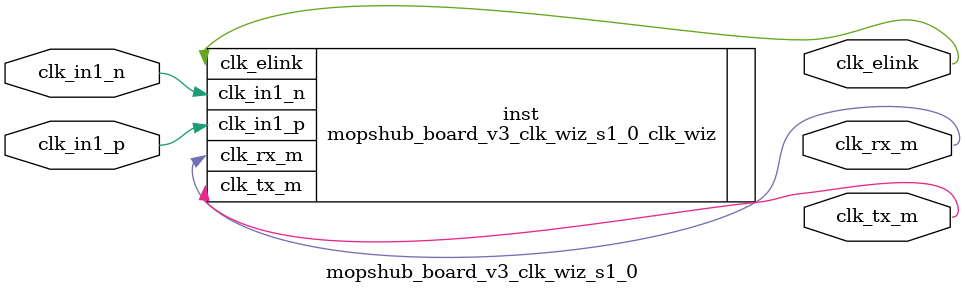
<source format=v>


`timescale 1ps/1ps

(* CORE_GENERATION_INFO = "mopshub_board_v3_clk_wiz_s1_0,clk_wiz_v6_0_6_0_0,{component_name=mopshub_board_v3_clk_wiz_s1_0,use_phase_alignment=true,use_min_o_jitter=false,use_max_i_jitter=false,use_dyn_phase_shift=false,use_inclk_switchover=false,use_dyn_reconfig=false,enable_axi=0,feedback_source=FDBK_AUTO,PRIMITIVE=MMCM,num_out_clk=3,clkin1_period=12.500,clkin2_period=10.000,use_power_down=false,use_reset=false,use_locked=false,use_inclk_stopped=false,feedback_type=SINGLE,CLOCK_MGR_TYPE=NA,manual_override=false}" *)

module mopshub_board_v3_clk_wiz_s1_0 
 (
  // Clock out ports
  output        clk_elink,
  output        clk_tx_m,
  output        clk_rx_m,
 // Clock in ports
  input         clk_in1_p,
  input         clk_in1_n
 );

  mopshub_board_v3_clk_wiz_s1_0_clk_wiz inst
  (
  // Clock out ports  
  .clk_elink(clk_elink),
  .clk_tx_m(clk_tx_m),
  .clk_rx_m(clk_rx_m),
 // Clock in ports
  .clk_in1_p(clk_in1_p),
  .clk_in1_n(clk_in1_n)
  );

endmodule

</source>
